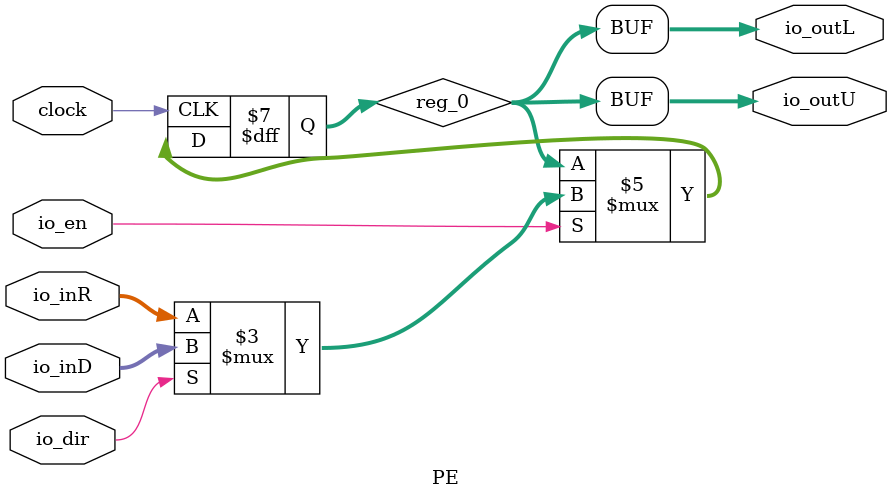
<source format=sv>
`ifndef RANDOMIZE
  `ifdef RANDOMIZE_REG_INIT
    `define RANDOMIZE
  `endif // RANDOMIZE_REG_INIT
`endif // not def RANDOMIZE
`ifndef RANDOMIZE
  `ifdef RANDOMIZE_MEM_INIT
    `define RANDOMIZE
  `endif // RANDOMIZE_MEM_INIT
`endif // not def RANDOMIZE

`ifndef RANDOM
  `define RANDOM $random
`endif // not def RANDOM

// Users can define 'PRINTF_COND' to add an extra gate to prints.
`ifndef PRINTF_COND_
  `ifdef PRINTF_COND
    `define PRINTF_COND_ (`PRINTF_COND)
  `else  // PRINTF_COND
    `define PRINTF_COND_ 1
  `endif // PRINTF_COND
`endif // not def PRINTF_COND_

// Users can define 'ASSERT_VERBOSE_COND' to add an extra gate to assert error printing.
`ifndef ASSERT_VERBOSE_COND_
  `ifdef ASSERT_VERBOSE_COND
    `define ASSERT_VERBOSE_COND_ (`ASSERT_VERBOSE_COND)
  `else  // ASSERT_VERBOSE_COND
    `define ASSERT_VERBOSE_COND_ 1
  `endif // ASSERT_VERBOSE_COND
`endif // not def ASSERT_VERBOSE_COND_

// Users can define 'STOP_COND' to add an extra gate to stop conditions.
`ifndef STOP_COND_
  `ifdef STOP_COND
    `define STOP_COND_ (`STOP_COND)
  `else  // STOP_COND
    `define STOP_COND_ 1
  `endif // STOP_COND
`endif // not def STOP_COND_

// Users can define INIT_RANDOM as general code that gets injected into the
// initializer block for modules with registers.
`ifndef INIT_RANDOM
  `define INIT_RANDOM
`endif // not def INIT_RANDOM

// If using random initialization, you can also define RANDOMIZE_DELAY to
// customize the delay used, otherwise 0.002 is used.
`ifndef RANDOMIZE_DELAY
  `define RANDOMIZE_DELAY 0.002
`endif // not def RANDOMIZE_DELAY

// Define INIT_RANDOM_PROLOG_ for use in our modules below.
`ifndef INIT_RANDOM_PROLOG_
  `ifdef RANDOMIZE
    `ifdef VERILATOR
      `define INIT_RANDOM_PROLOG_ `INIT_RANDOM
    `else  // VERILATOR
      `define INIT_RANDOM_PROLOG_ `INIT_RANDOM #`RANDOMIZE_DELAY begin end
    `endif // VERILATOR
  `else  // RANDOMIZE
    `define INIT_RANDOM_PROLOG_
  `endif // RANDOMIZE
`endif // not def INIT_RANDOM_PROLOG_

module PE(
  input        clock,
  input  [7:0] io_inR,
               io_inD,
  input        io_dir,
               io_en,
  output [7:0] io_outL,
               io_outU
);

  reg [7:0] reg_0;	// @[Reg.scala:19:16]
  always @(posedge clock) begin
    if (io_en) begin
      if (io_dir)
        reg_0 <= io_inD;	// @[Reg.scala:19:16]
      else
        reg_0 <= io_inR;	// @[Reg.scala:19:16]
    end
  end // always @(posedge)
  `ifndef SYNTHESIS
    `ifdef FIRRTL_BEFORE_INITIAL
      `FIRRTL_BEFORE_INITIAL
    `endif // FIRRTL_BEFORE_INITIAL
    logic [31:0] _RANDOM_0;
    initial begin
      `ifdef INIT_RANDOM_PROLOG_
        `INIT_RANDOM_PROLOG_
      `endif // INIT_RANDOM_PROLOG_
      `ifdef RANDOMIZE_REG_INIT
        _RANDOM_0 = `RANDOM;
        reg_0 = _RANDOM_0[7:0];	// @[Reg.scala:19:16]
      `endif // RANDOMIZE_REG_INIT
    end // initial
    `ifdef FIRRTL_AFTER_INITIAL
      `FIRRTL_AFTER_INITIAL
    `endif // FIRRTL_AFTER_INITIAL
  `endif // not def SYNTHESIS
  assign io_outL = reg_0;	// @[Reg.scala:19:16]
  assign io_outU = reg_0;	// @[Reg.scala:19:16]
endmodule


</source>
